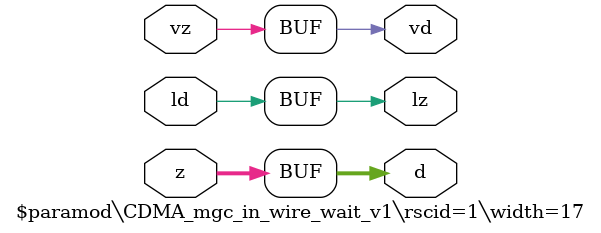
<source format=v>
module \$paramod\CDMA_mgc_in_wire_wait_v1\rscid=1\width=17 (ld, vd, d, lz, vz, z);
  (* src = "./vmod/nvdla/cdma/NV_NVDLA_CDMA_CVT_cell.v:14" *)
  output [16:0] d;
  (* src = "./vmod/nvdla/cdma/NV_NVDLA_CDMA_CVT_cell.v:12" *)
  input ld;
  (* src = "./vmod/nvdla/cdma/NV_NVDLA_CDMA_CVT_cell.v:15" *)
  output lz;
  (* src = "./vmod/nvdla/cdma/NV_NVDLA_CDMA_CVT_cell.v:13" *)
  output vd;
  (* src = "./vmod/nvdla/cdma/NV_NVDLA_CDMA_CVT_cell.v:16" *)
  input vz;
  (* src = "./vmod/nvdla/cdma/NV_NVDLA_CDMA_CVT_cell.v:17" *)
  input [16:0] z;
  assign d = z;
  assign lz = ld;
  assign vd = vz;
endmodule

</source>
